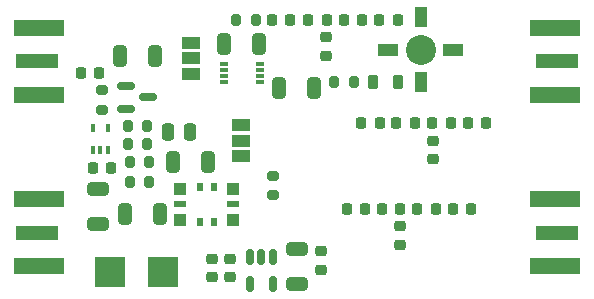
<source format=gbr>
%TF.GenerationSoftware,KiCad,Pcbnew,7.0.1*%
%TF.CreationDate,2023-06-23T15:29:10-04:00*%
%TF.ProjectId,reference-25mhz,72656665-7265-46e6-9365-2d32356d687a,rev?*%
%TF.SameCoordinates,Original*%
%TF.FileFunction,Soldermask,Top*%
%TF.FilePolarity,Negative*%
%FSLAX46Y46*%
G04 Gerber Fmt 4.6, Leading zero omitted, Abs format (unit mm)*
G04 Created by KiCad (PCBNEW 7.0.1) date 2023-06-23 15:29:10*
%MOMM*%
%LPD*%
G01*
G04 APERTURE LIST*
G04 Aperture macros list*
%AMRoundRect*
0 Rectangle with rounded corners*
0 $1 Rounding radius*
0 $2 $3 $4 $5 $6 $7 $8 $9 X,Y pos of 4 corners*
0 Add a 4 corners polygon primitive as box body*
4,1,4,$2,$3,$4,$5,$6,$7,$8,$9,$2,$3,0*
0 Add four circle primitives for the rounded corners*
1,1,$1+$1,$2,$3*
1,1,$1+$1,$4,$5*
1,1,$1+$1,$6,$7*
1,1,$1+$1,$8,$9*
0 Add four rect primitives between the rounded corners*
20,1,$1+$1,$2,$3,$4,$5,0*
20,1,$1+$1,$4,$5,$6,$7,0*
20,1,$1+$1,$6,$7,$8,$9,0*
20,1,$1+$1,$8,$9,$2,$3,0*%
G04 Aperture macros list end*
%ADD10RoundRect,0.200000X0.200000X0.275000X-0.200000X0.275000X-0.200000X-0.275000X0.200000X-0.275000X0*%
%ADD11RoundRect,0.225000X0.250000X-0.225000X0.250000X0.225000X-0.250000X0.225000X-0.250000X-0.225000X0*%
%ADD12RoundRect,0.225000X-0.225000X-0.250000X0.225000X-0.250000X0.225000X0.250000X-0.225000X0.250000X0*%
%ADD13R,3.600000X1.270000*%
%ADD14R,4.200000X1.350000*%
%ADD15R,1.500000X1.000000*%
%ADD16RoundRect,0.218750X-0.218750X-0.256250X0.218750X-0.256250X0.218750X0.256250X-0.218750X0.256250X0*%
%ADD17RoundRect,0.225000X-0.250000X0.225000X-0.250000X-0.225000X0.250000X-0.225000X0.250000X0.225000X0*%
%ADD18C,2.540000*%
%ADD19R,1.016000X1.778000*%
%ADD20R,1.778000X1.016000*%
%ADD21RoundRect,0.218750X-0.218750X-0.381250X0.218750X-0.381250X0.218750X0.381250X-0.218750X0.381250X0*%
%ADD22RoundRect,0.200000X-0.200000X-0.275000X0.200000X-0.275000X0.200000X0.275000X-0.200000X0.275000X0*%
%ADD23RoundRect,0.225000X0.225000X0.250000X-0.225000X0.250000X-0.225000X-0.250000X0.225000X-0.250000X0*%
%ADD24RoundRect,0.250000X0.650000X-0.325000X0.650000X0.325000X-0.650000X0.325000X-0.650000X-0.325000X0*%
%ADD25RoundRect,0.250000X-0.325000X-0.650000X0.325000X-0.650000X0.325000X0.650000X-0.325000X0.650000X0*%
%ADD26R,0.400000X0.650000*%
%ADD27R,1.000000X1.000000*%
%ADD28R,0.600000X0.650000*%
%ADD29R,1.000000X0.600000*%
%ADD30R,2.500000X2.500000*%
%ADD31RoundRect,0.200000X-0.275000X0.200000X-0.275000X-0.200000X0.275000X-0.200000X0.275000X0.200000X0*%
%ADD32RoundRect,0.150000X-0.587500X-0.150000X0.587500X-0.150000X0.587500X0.150000X-0.587500X0.150000X0*%
%ADD33RoundRect,0.250000X0.325000X0.650000X-0.325000X0.650000X-0.325000X-0.650000X0.325000X-0.650000X0*%
%ADD34RoundRect,0.250000X-0.650000X0.325000X-0.650000X-0.325000X0.650000X-0.325000X0.650000X0.325000X0*%
%ADD35R,0.800000X0.300000*%
%ADD36RoundRect,0.150000X-0.150000X0.512500X-0.150000X-0.512500X0.150000X-0.512500X0.150000X0.512500X0*%
%ADD37RoundRect,0.250000X0.250000X0.475000X-0.250000X0.475000X-0.250000X-0.475000X0.250000X-0.475000X0*%
G04 APERTURE END LIST*
D10*
%TO.C,R5*%
X84000000Y-134050000D03*
X82350000Y-134050000D03*
%TD*%
D11*
%TO.C,C24*%
X89350000Y-143750000D03*
X89350000Y-142200000D03*
%TD*%
D12*
%TO.C,C7*%
X109725000Y-138000000D03*
X111275000Y-138000000D03*
%TD*%
D13*
%TO.C,J1*%
X74462500Y-125500000D03*
D14*
X74662500Y-122675000D03*
X74662500Y-128325000D03*
%TD*%
D12*
%TO.C,C3*%
X103475000Y-122000000D03*
X105025000Y-122000000D03*
%TD*%
D15*
%TO.C,JP2*%
X91750000Y-133500000D03*
X91750000Y-132200000D03*
X91750000Y-130900000D03*
%TD*%
D16*
%TO.C,L4*%
X107937500Y-130700000D03*
X109512500Y-130700000D03*
%TD*%
D11*
%TO.C,C2*%
X99000000Y-125025000D03*
X99000000Y-123475000D03*
%TD*%
D13*
%TO.C,J5*%
X118537500Y-140000000D03*
D14*
X118337500Y-142825000D03*
X118337500Y-137175000D03*
%TD*%
D17*
%TO.C,C22*%
X98550000Y-141575000D03*
X98550000Y-143125000D03*
%TD*%
D18*
%TO.C,U1*%
X106967800Y-124500000D03*
D19*
X106967800Y-121782200D03*
D20*
X104250000Y-124500000D03*
D19*
X106967800Y-127217800D03*
D20*
X109685600Y-124500000D03*
%TD*%
D21*
%TO.C,FB1*%
X102937500Y-127250000D03*
X105062500Y-127250000D03*
%TD*%
D22*
%TO.C,R1*%
X91350000Y-122000000D03*
X93000000Y-122000000D03*
%TD*%
%TO.C,R2*%
X99675000Y-127250000D03*
X101325000Y-127250000D03*
%TD*%
D23*
%TO.C,C17*%
X80775000Y-134500000D03*
X79225000Y-134500000D03*
%TD*%
D24*
%TO.C,C18*%
X79700000Y-139275000D03*
X79700000Y-136325000D03*
%TD*%
D16*
%TO.C,L2*%
X100462500Y-122000000D03*
X102037500Y-122000000D03*
%TD*%
D23*
%TO.C,C16*%
X79775000Y-126500000D03*
X78225000Y-126500000D03*
%TD*%
D11*
%TO.C,C26*%
X108025000Y-133750000D03*
X108025000Y-132200000D03*
%TD*%
D25*
%TO.C,C4*%
X95025000Y-127750000D03*
X97975000Y-127750000D03*
%TD*%
D12*
%TO.C,C27*%
X110975000Y-130700000D03*
X112525000Y-130700000D03*
%TD*%
D26*
%TO.C,U5*%
X79200000Y-133000000D03*
X79850000Y-133000000D03*
X80500000Y-133000000D03*
X80500000Y-131100000D03*
X79200000Y-131100000D03*
%TD*%
D27*
%TO.C,X1*%
X86625000Y-136300000D03*
D28*
X88275000Y-136125000D03*
X89475000Y-136125000D03*
D27*
X91125000Y-136300000D03*
D29*
X91125000Y-137600000D03*
D27*
X91125000Y-138900000D03*
D28*
X89475000Y-139075000D03*
X88275000Y-139075000D03*
D27*
X86625000Y-138900000D03*
D29*
X86625000Y-137600000D03*
%TD*%
D16*
%TO.C,L5*%
X103675000Y-138000000D03*
X105250000Y-138000000D03*
%TD*%
D13*
%TO.C,J2*%
X74462500Y-140000000D03*
D14*
X74662500Y-137175000D03*
X74662500Y-142825000D03*
%TD*%
D30*
%TO.C,TP2*%
X80650000Y-143350000D03*
%TD*%
D31*
%TO.C,R3*%
X80000000Y-127925000D03*
X80000000Y-129575000D03*
%TD*%
D16*
%TO.C,L1*%
X97462500Y-122000000D03*
X99037500Y-122000000D03*
%TD*%
D25*
%TO.C,C14*%
X90325000Y-124000000D03*
X93275000Y-124000000D03*
%TD*%
%TO.C,C13*%
X81925000Y-138400000D03*
X84875000Y-138400000D03*
%TD*%
D31*
%TO.C,JP1*%
X94500000Y-135175000D03*
X94500000Y-136825000D03*
%TD*%
D32*
%TO.C,D1*%
X82000000Y-127600000D03*
X82000000Y-129500000D03*
X83875000Y-128550000D03*
%TD*%
D10*
%TO.C,R6*%
X83825000Y-131000000D03*
X82175000Y-131000000D03*
%TD*%
D33*
%TO.C,C19*%
X88975000Y-134000000D03*
X86025000Y-134000000D03*
%TD*%
D16*
%TO.C,L6*%
X106712500Y-138000000D03*
X108287500Y-138000000D03*
%TD*%
D34*
%TO.C,C21*%
X96550000Y-141375000D03*
X96550000Y-144325000D03*
%TD*%
D35*
%TO.C,U4*%
X90300000Y-125750000D03*
X90300000Y-126250000D03*
X90300000Y-126750000D03*
X90300000Y-127250000D03*
X93400000Y-127250000D03*
X93400000Y-126750000D03*
X93400000Y-126250000D03*
X93400000Y-125750000D03*
%TD*%
D36*
%TO.C,U6*%
X94450000Y-142075000D03*
X93500000Y-142075000D03*
X92550000Y-142075000D03*
X92550000Y-144350000D03*
X94450000Y-144350000D03*
%TD*%
D10*
%TO.C,R7*%
X83825000Y-132500000D03*
X82175000Y-132500000D03*
%TD*%
D15*
%TO.C,JP3*%
X87500000Y-126550000D03*
X87500000Y-125250000D03*
X87500000Y-123950000D03*
%TD*%
D33*
%TO.C,C15*%
X84475000Y-125000000D03*
X81525000Y-125000000D03*
%TD*%
D22*
%TO.C,R4*%
X82350000Y-135750000D03*
X84000000Y-135750000D03*
%TD*%
D37*
%TO.C,C20*%
X87450000Y-131500000D03*
X85550000Y-131500000D03*
%TD*%
D30*
%TO.C,TP1*%
X85200000Y-143350000D03*
%TD*%
D11*
%TO.C,C6*%
X105250000Y-141025000D03*
X105250000Y-139475000D03*
%TD*%
D12*
%TO.C,C5*%
X100725000Y-138000000D03*
X102275000Y-138000000D03*
%TD*%
D13*
%TO.C,J4*%
X118537500Y-125500000D03*
D14*
X118337500Y-128325000D03*
X118337500Y-122675000D03*
%TD*%
D11*
%TO.C,C23*%
X90850000Y-143750000D03*
X90850000Y-142200000D03*
%TD*%
D12*
%TO.C,C1*%
X94400000Y-122000000D03*
X95950000Y-122000000D03*
%TD*%
%TO.C,C25*%
X101950000Y-130700000D03*
X103500000Y-130700000D03*
%TD*%
D16*
%TO.C,L3*%
X104925000Y-130700000D03*
X106500000Y-130700000D03*
%TD*%
M02*

</source>
